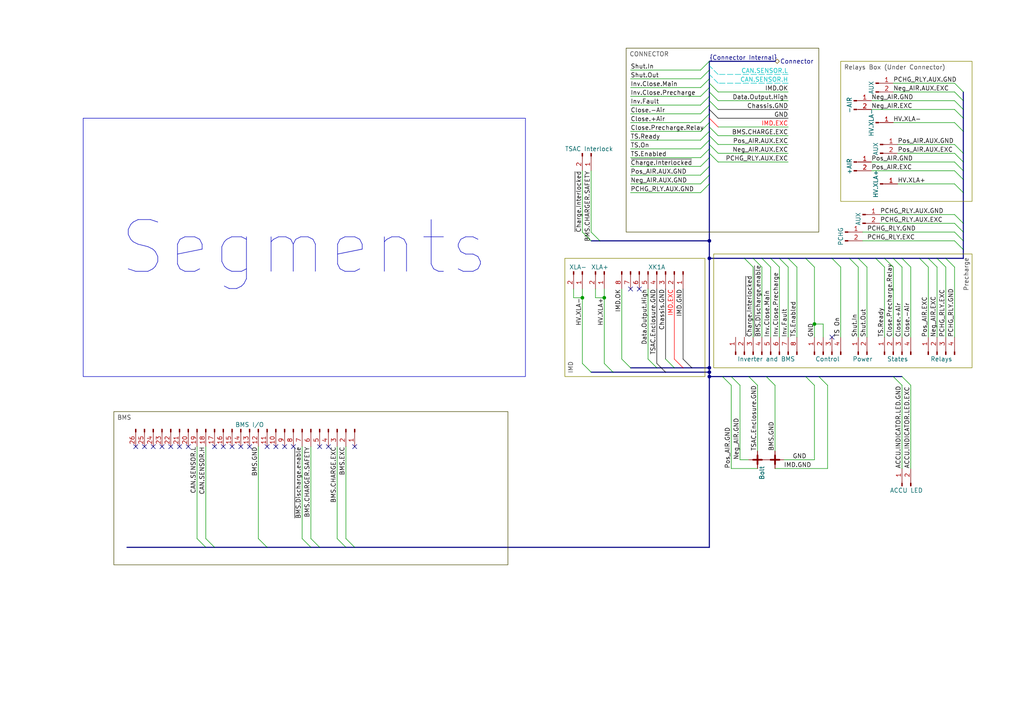
<source format=kicad_sch>
(kicad_sch (version 20230121) (generator eeschema)
  (paper "A4")
  (lib_symbols
    (symbol "Connector:Conn_01x01_Pin" (pin_names (offset 1.016) hide)
      (property "Reference" "J" (at 0 2.54 0))
      (property "Value" "Conn_01x01_Pin" (at 0 -2.54 0))
      (symbol "Conn_01x01_Pin_1_1"
        (polyline (pts (xy 1.27 0) (xy 0.8636 0)) (stroke (width 0.1524)))
        (rectangle (start 0.8636 0.127) (end 0 -0.127) (stroke (width 0.1524)) (fill (type outline)))
        (pin passive line (at 5.08 0 180) (length 3.81) (name "Pin_1") (number "1"))
      )
    )
    (symbol "Connector:Conn_01x02_Pin" (pin_names (offset 1.016) hide)
      (property "Reference" "J" (at 0 2.54 0))
      (property "Value" "Conn_01x02_Pin" (at 0 -5.08 0))
      (symbol "Conn_01x02_Pin_1_1"
        (polyline (pts (xy 1.27 -2.54) (xy 0.8636 -2.54)) (stroke (width 0.1524)))
        (polyline (pts (xy 1.27 0) (xy 0.8636 0)) (stroke (width 0.1524)))
        (rectangle (start 0.8636 -2.413) (end 0 -2.667) (stroke (width 0.1524)) (fill (type outline)))
        (rectangle (start 0.8636 0.127) (end 0 -0.127) (stroke (width 0.1524)) (fill (type outline)))
        (pin passive line (at 5.08 0 180) (length 3.81) (name "Pin_1") (number "1"))
        (pin passive line (at 5.08 -2.54 180) (length 3.81) (name "Pin_2") (number "2"))
      )
    )
    (symbol "Connector:Conn_01x04_Pin" (pin_names (offset 1.016) hide)
      (property "Reference" "J" (at 0 5.08 0))
      (property "Value" "Conn_01x04_Pin" (at 0 -7.62 0))
      (symbol "Conn_01x04_Pin_1_1"
        (polyline (pts (xy 1.27 -5.08) (xy 0.8636 -5.08)) (stroke (width 0.1524)))
        (polyline (pts (xy 1.27 -2.54) (xy 0.8636 -2.54)) (stroke (width 0.1524)))
        (polyline (pts (xy 1.27 0) (xy 0.8636 0)) (stroke (width 0.1524)))
        (polyline (pts (xy 1.27 2.54) (xy 0.8636 2.54)) (stroke (width 0.1524)))
        (rectangle (start 0.8636 -4.953) (end 0 -5.207) (stroke (width 0.1524)) (fill (type outline)))
        (rectangle (start 0.8636 -2.413) (end 0 -2.667) (stroke (width 0.1524)) (fill (type outline)))
        (rectangle (start 0.8636 0.127) (end 0 -0.127) (stroke (width 0.1524)) (fill (type outline)))
        (rectangle (start 0.8636 2.667) (end 0 2.413) (stroke (width 0.1524)) (fill (type outline)))
        (pin passive line (at 5.08 2.54 180) (length 3.81) (name "Pin_1") (number "1"))
        (pin passive line (at 5.08 0 180) (length 3.81) (name "Pin_2") (number "2"))
        (pin passive line (at 5.08 -2.54 180) (length 3.81) (name "Pin_3") (number "3"))
        (pin passive line (at 5.08 -5.08 180) (length 3.81) (name "Pin_4") (number "4"))
      )
    )
    (symbol "Connector:Conn_01x08_Pin" (pin_names (offset 1.016) hide)
      (property "Reference" "J" (at 0 10.16 0))
      (property "Value" "Conn_01x08_Pin" (at 0 -12.7 0))
      (symbol "Conn_01x08_Pin_1_1"
        (polyline (pts (xy 1.27 -10.16) (xy 0.8636 -10.16)) (stroke (width 0.1524)))
        (polyline (pts (xy 1.27 -7.62) (xy 0.8636 -7.62)) (stroke (width 0.1524)))
        (polyline (pts (xy 1.27 -5.08) (xy 0.8636 -5.08)) (stroke (width 0.1524)))
        (polyline (pts (xy 1.27 -2.54) (xy 0.8636 -2.54)) (stroke (width 0.1524)))
        (polyline (pts (xy 1.27 0) (xy 0.8636 0)) (stroke (width 0.1524)))
        (polyline (pts (xy 1.27 2.54) (xy 0.8636 2.54)) (stroke (width 0.1524)))
        (polyline (pts (xy 1.27 5.08) (xy 0.8636 5.08)) (stroke (width 0.1524)))
        (polyline (pts (xy 1.27 7.62) (xy 0.8636 7.62)) (stroke (width 0.1524)))
        (rectangle (start 0.8636 -10.033) (end 0 -10.287) (stroke (width 0.1524)) (fill (type outline)))
        (rectangle (start 0.8636 -7.493) (end 0 -7.747) (stroke (width 0.1524)) (fill (type outline)))
        (rectangle (start 0.8636 -4.953) (end 0 -5.207) (stroke (width 0.1524)) (fill (type outline)))
        (rectangle (start 0.8636 -2.413) (end 0 -2.667) (stroke (width 0.1524)) (fill (type outline)))
        (rectangle (start 0.8636 0.127) (end 0 -0.127) (stroke (width 0.1524)) (fill (type outline)))
        (rectangle (start 0.8636 2.667) (end 0 2.413) (stroke (width 0.1524)) (fill (type outline)))
        (rectangle (start 0.8636 5.207) (end 0 4.953) (stroke (width 0.1524)) (fill (type outline)))
        (rectangle (start 0.8636 7.747) (end 0 7.493) (stroke (width 0.1524)) (fill (type outline)))
        (pin passive line (at 5.08 7.62 180) (length 3.81) (name "Pin_1") (number "1"))
        (pin passive line (at 5.08 5.08 180) (length 3.81) (name "Pin_2") (number "2"))
        (pin passive line (at 5.08 2.54 180) (length 3.81) (name "Pin_3") (number "3"))
        (pin passive line (at 5.08 0 180) (length 3.81) (name "Pin_4") (number "4"))
        (pin passive line (at 5.08 -2.54 180) (length 3.81) (name "Pin_5") (number "5"))
        (pin passive line (at 5.08 -5.08 180) (length 3.81) (name "Pin_6") (number "6"))
        (pin passive line (at 5.08 -7.62 180) (length 3.81) (name "Pin_7") (number "7"))
        (pin passive line (at 5.08 -10.16 180) (length 3.81) (name "Pin_8") (number "8"))
      )
    )
    (symbol "Connector:Conn_01x26_Pin" (pin_names (offset 1.016) hide)
      (property "Reference" "J" (at 0 33.02 0))
      (property "Value" "Conn_01x26_Pin" (at 0 -35.56 0))
      (symbol "Conn_01x26_Pin_1_1"
        (polyline (pts (xy 1.27 -33.02) (xy 0.8636 -33.02)) (stroke (width 0.1524)))
        (polyline (pts (xy 1.27 -30.48) (xy 0.8636 -30.48)) (stroke (width 0.1524)))
        (polyline (pts (xy 1.27 -27.94) (xy 0.8636 -27.94)) (stroke (width 0.1524)))
        (polyline (pts (xy 1.27 -25.4) (xy 0.8636 -25.4)) (stroke (width 0.1524)))
        (polyline (pts (xy 1.27 -22.86) (xy 0.8636 -22.86)) (stroke (width 0.1524)))
        (polyline (pts (xy 1.27 -20.32) (xy 0.8636 -20.32)) (stroke (width 0.1524)))
        (polyline (pts (xy 1.27 -17.78) (xy 0.8636 -17.78)) (stroke (width 0.1524)))
        (polyline (pts (xy 1.27 -15.24) (xy 0.8636 -15.24)) (stroke (width 0.1524)))
        (polyline (pts (xy 1.27 -12.7) (xy 0.8636 -12.7)) (stroke (width 0.1524)))
        (polyline (pts (xy 1.27 -10.16) (xy 0.8636 -10.16)) (stroke (width 0.1524)))
        (polyline (pts (xy 1.27 -7.62) (xy 0.8636 -7.62)) (stroke (width 0.1524)))
        (polyline (pts (xy 1.27 -5.08) (xy 0.8636 -5.08)) (stroke (width 0.1524)))
        (polyline (pts (xy 1.27 -2.54) (xy 0.8636 -2.54)) (stroke (width 0.1524)))
        (polyline (pts (xy 1.27 0) (xy 0.8636 0)) (stroke (width 0.1524)))
        (polyline (pts (xy 1.27 2.54) (xy 0.8636 2.54)) (stroke (width 0.1524)))
        (polyline (pts (xy 1.27 5.08) (xy 0.8636 5.08)) (stroke (width 0.1524)))
        (polyline (pts (xy 1.27 7.62) (xy 0.8636 7.62)) (stroke (width 0.1524)))
        (polyline (pts (xy 1.27 10.16) (xy 0.8636 10.16)) (stroke (width 0.1524)))
        (polyline (pts (xy 1.27 12.7) (xy 0.8636 12.7)) (stroke (width 0.1524)))
        (polyline (pts (xy 1.27 15.24) (xy 0.8636 15.24)) (stroke (width 0.1524)))
        (polyline (pts (xy 1.27 17.78) (xy 0.8636 17.78)) (stroke (width 0.1524)))
        (polyline (pts (xy 1.27 20.32) (xy 0.8636 20.32)) (stroke (width 0.1524)))
        (polyline (pts (xy 1.27 22.86) (xy 0.8636 22.86)) (stroke (width 0.1524)))
        (polyline (pts (xy 1.27 25.4) (xy 0.8636 25.4)) (stroke (width 0.1524)))
        (polyline (pts (xy 1.27 27.94) (xy 0.8636 27.94)) (stroke (width 0.1524)))
        (polyline (pts (xy 1.27 30.48) (xy 0.8636 30.48)) (stroke (width 0.1524)))
        (rectangle (start 0.8636 -32.893) (end 0 -33.147) (stroke (width 0.1524)) (fill (type outline)))
        (rectangle (start 0.8636 -30.353) (end 0 -30.607) (stroke (width 0.1524)) (fill (type outline)))
        (rectangle (start 0.8636 -27.813) (end 0 -28.067) (stroke (width 0.1524)) (fill (type outline)))
        (rectangle (start 0.8636 -25.273) (end 0 -25.527) (stroke (width 0.1524)) (fill (type outline)))
        (rectangle (start 0.8636 -22.733) (end 0 -22.987) (stroke (width 0.1524)) (fill (type outline)))
        (rectangle (start 0.8636 -20.193) (end 0 -20.447) (stroke (width 0.1524)) (fill (type outline)))
        (rectangle (start 0.8636 -17.653) (end 0 -17.907) (stroke (width 0.1524)) (fill (type outline)))
        (rectangle (start 0.8636 -15.113) (end 0 -15.367) (stroke (width 0.1524)) (fill (type outline)))
        (rectangle (start 0.8636 -12.573) (end 0 -12.827) (stroke (width 0.1524)) (fill (type outline)))
        (rectangle (start 0.8636 -10.033) (end 0 -10.287) (stroke (width 0.1524)) (fill (type outline)))
        (rectangle (start 0.8636 -7.493) (end 0 -7.747) (stroke (width 0.1524)) (fill (type outline)))
        (rectangle (start 0.8636 -4.953) (end 0 -5.207) (stroke (width 0.1524)) (fill (type outline)))
        (rectangle (start 0.8636 -2.413) (end 0 -2.667) (stroke (width 0.1524)) (fill (type outline)))
        (rectangle (start 0.8636 0.127) (end 0 -0.127) (stroke (width 0.1524)) (fill (type outline)))
        (rectangle (start 0.8636 2.667) (end 0 2.413) (stroke (width 0.1524)) (fill (type outline)))
        (rectangle (start 0.8636 5.207) (end 0 4.953) (stroke (width 0.1524)) (fill (type outline)))
        (rectangle (start 0.8636 7.747) (end 0 7.493) (stroke (width 0.1524)) (fill (type outline)))
        (rectangle (start 0.8636 10.287) (end 0 10.033) (stroke (width 0.1524)) (fill (type outline)))
        (rectangle (start 0.8636 12.827) (end 0 12.573) (stroke (width 0.1524)) (fill (type outline)))
        (rectangle (start 0.8636 15.367) (end 0 15.113) (stroke (width 0.1524)) (fill (type outline)))
        (rectangle (start 0.8636 17.907) (end 0 17.653) (stroke (width 0.1524)) (fill (type outline)))
        (rectangle (start 0.8636 20.447) (end 0 20.193) (stroke (width 0.1524)) (fill (type outline)))
        (rectangle (start 0.8636 22.987) (end 0 22.733) (stroke (width 0.1524)) (fill (type outline)))
        (rectangle (start 0.8636 25.527) (end 0 25.273) (stroke (width 0.1524)) (fill (type outline)))
        (rectangle (start 0.8636 28.067) (end 0 27.813) (stroke (width 0.1524)) (fill (type outline)))
        (rectangle (start 0.8636 30.607) (end 0 30.353) (stroke (width 0.1524)) (fill (type outline)))
        (pin passive line (at 5.08 30.48 180) (length 3.81) (name "Pin_1") (number "1"))
        (pin passive line (at 5.08 7.62 180) (length 3.81) (name "Pin_10") (number "10"))
        (pin passive line (at 5.08 5.08 180) (length 3.81) (name "Pin_11") (number "11"))
        (pin passive line (at 5.08 2.54 180) (length 3.81) (name "Pin_12") (number "12"))
        (pin passive line (at 5.08 0 180) (length 3.81) (name "Pin_13") (number "13"))
        (pin passive line (at 5.08 -2.54 180) (length 3.81) (name "Pin_14") (number "14"))
        (pin passive line (at 5.08 -5.08 180) (length 3.81) (name "Pin_15") (number "15"))
        (pin passive line (at 5.08 -7.62 180) (length 3.81) (name "Pin_16") (number "16"))
        (pin passive line (at 5.08 -10.16 180) (length 3.81) (name "Pin_17") (number "17"))
        (pin passive line (at 5.08 -12.7 180) (length 3.81) (name "Pin_18") (number "18"))
        (pin passive line (at 5.08 -15.24 180) (length 3.81) (name "Pin_19") (number "19"))
        (pin passive line (at 5.08 27.94 180) (length 3.81) (name "Pin_2") (number "2"))
        (pin passive line (at 5.08 -17.78 180) (length 3.81) (name "Pin_20") (number "20"))
        (pin passive line (at 5.08 -20.32 180) (length 3.81) (name "Pin_21") (number "21"))
        (pin passive line (at 5.08 -22.86 180) (length 3.81) (name "Pin_22") (number "22"))
        (pin passive line (at 5.08 -25.4 180) (length 3.81) (name "Pin_23") (number "23"))
        (pin passive line (at 5.08 -27.94 180) (length 3.81) (name "Pin_24") (number "24"))
        (pin passive line (at 5.08 -30.48 180) (length 3.81) (name "Pin_25") (number "25"))
        (pin passive line (at 5.08 -33.02 180) (length 3.81) (name "Pin_26") (number "26"))
        (pin passive line (at 5.08 25.4 180) (length 3.81) (name "Pin_3") (number "3"))
        (pin passive line (at 5.08 22.86 180) (length 3.81) (name "Pin_4") (number "4"))
        (pin passive line (at 5.08 20.32 180) (length 3.81) (name "Pin_5") (number "5"))
        (pin passive line (at 5.08 17.78 180) (length 3.81) (name "Pin_6") (number "6"))
        (pin passive line (at 5.08 15.24 180) (length 3.81) (name "Pin_7") (number "7"))
        (pin passive line (at 5.08 12.7 180) (length 3.81) (name "Pin_8") (number "8"))
        (pin passive line (at 5.08 10.16 180) (length 3.81) (name "Pin_9") (number "9"))
      )
    )
    (symbol "Device:NetTie_4_Cross" (pin_numbers hide) (pin_names (offset 0) hide) (in_bom no)
      (property "Reference" "NT" (at 0.635 1.27 0))
      (property "Value" "NetTie_4_Cross" (at 0.635 -1.27 0))
      (symbol "NetTie_4_Cross_0_1"
        (polyline (pts (xy -1.27 0) (xy 1.27 0)) (stroke (width 0.508)))
        (polyline (pts (xy 0 -1.27) (xy 0 1.27)) (stroke (width 0.508)))
      )
      (symbol "NetTie_4_Cross_1_1"
        (pin passive line (at -2.54 0 0) (length 2.54) (name "1") (number "1"))
        (pin passive line (at 2.54 0 180) (length 2.54) (name "2") (number "2"))
        (pin passive line (at 0 2.54 270) (length 2.54) (name "3") (number "3"))
        (pin passive line (at 0 -2.54 90) (length 2.54) (name "4") (number "4"))
      )
    )
  )
  (bus_alias "Connector" (members "CAN.SENSOR.L" "CAN.SENSOR.H" "IMD.OK" "Data.Output.High" "Chassis.GND" "GND" "IMD.EXC" "TS.Enabled" "TS.ON" "TS.Ready" "Close.Precharge.Relay" "Close.-Air" "Close.+Air" "Inv.Fault" "Inv.Close.Precharge" "Inv.Close.Main" "Shut.In" "Shut.Out" "IMD.GND" "BMS.GND" "BMS.EXC" "BMS.CHARGE.EXC" "BMS.CHARGER.SAFETY" "Pos_AIR.AUX.EXC" "Neg_AIR.AUX.EXC" "PCHG_RLY.AUX.EXC" "Pos_AIR.AUX.GND" "Neg_AIR.AUX.GND" "PCHG_RLY.AUX.GND"))
  (bus_alias "Internal" (members "Neg_AIR.EXC" "PCHG_RLY.EXC" "PCHG_RLY.GND" "TSAC.Enclosure.GND" "HV.XLA+" "HV.XLA-" "Neg_AIR.GND" "Pos_AIR.GND" "~{BMS.Discharge.enable}" "~{Charge.Interlocked}" "Pos_AIR.EXC" "~{BMS.Charge.enable}" "ACCU.INDICATOR.LED.EXC" "ACCU.INDICATOR.LED.GND"))
  (junction (at 205.74 74.93))
  (junction (at 205.74 106.68))
  (junction (at 236.22 93.98))
  (junction (at 205.74 107.95))
  (junction (at 205.74 69.85))
  (junction (at 168.91 86.36))
  (junction (at 205.74 109.22))
  (junction (at 175.26 86.36))
  (no_connect (at 72.39 129.54))
  (no_connect (at 52.07 129.54))
  (no_connect (at 69.85 129.54))
  (no_connect (at 77.47 129.54))
  (no_connect (at 64.77 129.54))
  (no_connect (at 39.37 129.54))
  (no_connect (at 82.55 129.54))
  (no_connect (at 67.31 129.54))
  (no_connect (at 80.01 129.54))
  (no_connect (at 85.09 129.54))
  (no_connect (at 185.42 83.82))
  (no_connect (at 62.23 129.54))
  (no_connect (at 95.25 129.54))
  (no_connect (at 182.88 83.82))
  (no_connect (at 44.45 129.54))
  (no_connect (at 241.3 97.79))
  (no_connect (at 54.61 129.54))
  (no_connect (at 46.99 129.54))
  (no_connect (at 102.87 129.54))
  (no_connect (at 49.53 129.54))
  (no_connect (at 41.91 129.54))
  (no_connect (at 92.71 129.54))
  (bus_entry (at 168.91 105.41) (size 2.54 2.54))
  (bus_entry (at 279.4 46.99) (size -2.54 -2.54))
  (bus_entry (at 173.99 69.85) (size -2.54 -2.54))
  (bus_entry (at 228.6 77.47) (size -2.54 -2.54))
  (bus_entry (at 208.28 29.21) (size -2.54 -2.54))
  (bus_entry (at 279.4 34.29) (size -2.54 -2.54))
  (bus_entry (at 279.4 29.21) (size -2.54 -2.54))
  (bus_entry (at 248.92 77.47) (size -2.54 -2.54))
  (bus_entry (at 205.74 50.8) (size -2.54 2.54))
  (bus_entry (at 261.62 109.22) (size 2.54 2.54))
  (bus_entry (at 59.69 158.75) (size -2.54 -2.54))
  (bus_entry (at 269.24 74.93) (size 2.54 2.54))
  (bus_entry (at 279.4 55.88) (size -2.54 -2.54))
  (bus_entry (at 203.2 38.1) (size 2.54 -2.54))
  (bus_entry (at 203.2 30.48) (size 2.54 -2.54))
  (bus_entry (at 203.2 48.26) (size 2.54 -2.54))
  (bus_entry (at 279.4 38.1) (size -2.54 -2.54))
  (bus_entry (at 102.87 158.75) (size -2.54 -2.54))
  (bus_entry (at 279.4 69.85) (size -2.54 -2.54))
  (bus_entry (at 208.28 31.75) (size -2.54 -2.54))
  (bus_entry (at 279.4 72.39) (size -2.54 -2.54))
  (bus_entry (at 279.4 67.31) (size -2.54 -2.54))
  (bus_entry (at 220.98 77.47) (size -2.54 -2.54))
  (bus_entry (at 100.33 158.75) (size -2.54 -2.54))
  (bus_entry (at 274.32 74.93) (size 2.54 2.54))
  (bus_entry (at 259.08 77.47) (size -2.54 -2.54))
  (bus_entry (at 223.52 77.47) (size -2.54 -2.54))
  (bus_entry (at 90.17 158.75) (size -2.54 -2.54))
  (bus_entry (at 187.96 104.14) (size 2.54 2.54))
  (bus_entry (at 233.68 109.22) (size 2.54 2.54))
  (bus_entry (at 218.44 77.47) (size -2.54 -2.54))
  (bus_entry (at 171.45 69.85) (size -2.54 -2.54))
  (bus_entry (at 203.2 43.18) (size 2.54 -2.54))
  (bus_entry (at 62.23 158.75) (size -2.54 -2.54))
  (bus_entry (at 279.4 52.07) (size -2.54 -2.54))
  (bus_entry (at 208.28 26.67) (size -2.54 -2.54))
  (bus_entry (at 217.17 109.22) (size 2.54 2.54))
  (bus_entry (at 266.7 74.93) (size 2.54 2.54))
  (bus_entry (at 205.74 44.45) (size 2.54 2.54))
  (bus_entry (at 259.08 109.22) (size 2.54 2.54))
  (bus_entry (at 233.68 74.93) (size 2.54 2.54))
  (bus_entry (at 237.49 109.22) (size 2.54 2.54))
  (bus_entry (at 243.84 77.47) (size -2.54 -2.54))
  (bus_entry (at 222.25 109.22) (size 2.54 2.54))
  (bus_entry (at 198.12 104.14) (size 2.54 2.54) (stroke (width 0) (color 0 0 0 1)))
  (bus_entry (at 203.2 20.32) (size 2.54 -2.54))
  (bus_entry (at 208.28 21.59) (size -2.54 -2.54) (stroke (width 0) (type dash) (color 0 194 194 1)))
  (bus_entry (at 92.71 158.75) (size -2.54 -2.54))
  (bus_entry (at 264.16 77.47) (size -2.54 -2.54))
  (bus_entry (at 231.14 77.47) (size -2.54 -2.54))
  (bus_entry (at 205.74 36.83) (size 2.54 2.54))
  (bus_entry (at 205.74 53.34) (size -2.54 2.54))
  (bus_entry (at 203.2 40.64) (size 2.54 -2.54))
  (bus_entry (at 279.4 44.45) (size -2.54 -2.54))
  (bus_entry (at 203.2 27.94) (size 2.54 -2.54))
  (bus_entry (at 205.74 41.91) (size 2.54 2.54))
  (bus_entry (at 175.26 105.41) (size 2.54 2.54))
  (bus_entry (at 256.54 77.47) (size -2.54 -2.54))
  (bus_entry (at 271.78 74.93) (size 2.54 2.54))
  (bus_entry (at 203.2 25.4) (size 2.54 -2.54))
  (bus_entry (at 279.4 31.75) (size -2.54 -2.54))
  (bus_entry (at 203.2 35.56) (size 2.54 -2.54))
  (bus_entry (at 208.28 34.29) (size -2.54 -2.54) (stroke (width 0) (color 0 0 0 1)))
  (bus_entry (at 279.4 26.67) (size -2.54 -2.54))
  (bus_entry (at 208.28 36.83) (size -2.54 -2.54) (stroke (width 0) (color 255 0 0 1)))
  (bus_entry (at 208.28 24.13) (size -2.54 -2.54) (stroke (width 0) (type dash) (color 0 194 194 1)))
  (bus_entry (at 261.62 77.47) (size -2.54 -2.54))
  (bus_entry (at 203.2 22.86) (size 2.54 -2.54))
  (bus_entry (at 209.55 109.22) (size 2.54 2.54))
  (bus_entry (at 205.74 48.26) (size -2.54 2.54))
  (bus_entry (at 279.4 64.77) (size -2.54 -2.54))
  (bus_entry (at 205.74 39.37) (size 2.54 2.54))
  (bus_entry (at 203.2 33.02) (size 2.54 -2.54))
  (bus_entry (at 226.06 77.47) (size -2.54 -2.54))
  (bus_entry (at 180.34 104.14) (size 2.54 2.54))
  (bus_entry (at 212.09 109.22) (size 2.54 2.54))
  (bus_entry (at 203.2 45.72) (size 2.54 -2.54))
  (bus_entry (at 251.46 77.47) (size -2.54 -2.54))
  (bus_entry (at 190.5 105.41) (size 2.54 2.54) (stroke (width 0) (color 0 0 0 1)))
  (bus_entry (at 193.04 104.14) (size 2.54 2.54))
  (bus_entry (at 195.58 104.14) (size 2.54 2.54) (stroke (width 0) (color 255 0 0 1)))
  (bus_entry (at 77.47 158.75) (size -2.54 -2.54))
  (bus_entry (at 279.4 49.53) (size -2.54 -2.54))
  (wire (pts (xy 182.88 45.72) (xy 203.2 45.72)))
  (wire (pts (xy 236.22 97.79) (xy 236.22 93.98)))
  (wire (pts (xy 208.28 41.91) (xy 228.6 41.91)))
  (wire (pts (xy 252.73 31.75) (xy 276.86 31.75)))
  (wire (pts (xy 228.6 34.29) (xy 208.28 34.29)) (stroke (width 0) (color 0 0 0 1)))
  (wire (pts (xy 219.71 135.89) (xy 212.09 135.89)))
  (bus (pts (xy 62.23 158.75) (xy 77.47 158.75)))
  (wire (pts (xy 255.27 62.23) (xy 276.86 62.23)))
  (bus (pts (xy 279.4 44.45) (xy 279.4 46.99)))
  (wire (pts (xy 168.91 86.36) (xy 166.37 86.36)))
  (wire (pts (xy 252.73 46.99) (xy 276.86 46.99)))
  (wire (pts (xy 182.88 22.86) (xy 203.2 22.86)))
  (bus (pts (xy 279.4 64.77) (xy 279.4 55.88)))
  (bus (pts (xy 198.12 106.68) (xy 195.58 106.68)))
  (wire (pts (xy 208.28 44.45) (xy 228.6 44.45)))
  (bus (pts (xy 205.74 106.68) (xy 205.74 107.95)))
  (bus (pts (xy 177.8 107.95) (xy 171.45 107.95)))
  (wire (pts (xy 259.08 35.56) (xy 276.86 35.56)))
  (bus (pts (xy 205.74 35.56) (xy 205.74 34.29)))
  (bus (pts (xy 205.74 45.72) (xy 205.74 48.26)))
  (wire (pts (xy 168.91 83.82) (xy 168.91 86.36)))
  (wire (pts (xy 228.6 21.59) (xy 208.28 21.59)) (stroke (width 0) (type dash) (color 0 194 194 1)))
  (wire (pts (xy 259.08 24.13) (xy 276.86 24.13)))
  (bus (pts (xy 205.74 29.21) (xy 205.74 30.48)))
  (wire (pts (xy 190.5 83.82) (xy 190.5 105.41)) (stroke (width 0) (color 0 0 0 1)))
  (bus (pts (xy 279.4 67.31) (xy 279.4 64.77)))
  (bus (pts (xy 279.4 26.67) (xy 279.4 29.21)))
  (bus (pts (xy 226.06 74.93) (xy 228.6 74.93)))
  (bus (pts (xy 246.38 74.93) (xy 248.92 74.93)))
  (wire (pts (xy 236.22 93.98) (xy 236.22 77.47)))
  (wire (pts (xy 175.26 83.82) (xy 175.26 86.36)))
  (bus (pts (xy 217.17 109.22) (xy 222.25 109.22)))
  (wire (pts (xy 264.16 97.79) (xy 264.16 77.47)))
  (wire (pts (xy 243.84 97.79) (xy 243.84 77.47)))
  (bus (pts (xy 90.17 158.75) (xy 92.71 158.75)))
  (wire (pts (xy 182.88 27.94) (xy 203.2 27.94)))
  (bus (pts (xy 205.74 69.85) (xy 205.74 74.93)))
  (wire (pts (xy 218.44 97.79) (xy 218.44 77.47)))
  (wire (pts (xy 100.33 129.54) (xy 100.33 156.21)))
  (bus (pts (xy 205.74 25.4) (xy 205.74 26.67)))
  (bus (pts (xy 274.32 74.93) (xy 279.4 74.93)))
  (bus (pts (xy 100.33 158.75) (xy 102.87 158.75)))
  (wire (pts (xy 250.19 69.85) (xy 276.86 69.85)))
  (wire (pts (xy 238.76 97.79) (xy 238.76 93.98)))
  (bus (pts (xy 205.74 17.78) (xy 224.79 17.78)))
  (wire (pts (xy 261.62 111.76) (xy 261.62 135.89)))
  (bus (pts (xy 190.5 106.68) (xy 182.88 106.68)))
  (bus (pts (xy 205.74 74.93) (xy 215.9 74.93)))
  (wire (pts (xy 224.79 111.76) (xy 224.79 130.81)))
  (bus (pts (xy 200.66 106.68) (xy 198.12 106.68)))
  (bus (pts (xy 193.04 107.95) (xy 177.8 107.95)))
  (wire (pts (xy 228.6 24.13) (xy 208.28 24.13)) (stroke (width 0) (type dash) (color 0 194 194 1)))
  (wire (pts (xy 182.88 43.18) (xy 203.2 43.18)))
  (wire (pts (xy 182.88 40.64) (xy 203.2 40.64)))
  (wire (pts (xy 260.35 44.45) (xy 276.86 44.45)))
  (wire (pts (xy 182.88 53.34) (xy 203.2 53.34)))
  (bus (pts (xy 279.4 72.39) (xy 279.4 69.85)))
  (bus (pts (xy 220.98 74.93) (xy 223.52 74.93)))
  (wire (pts (xy 248.92 97.79) (xy 248.92 77.47)))
  (bus (pts (xy 279.4 34.29) (xy 279.4 31.75)))
  (bus (pts (xy 266.7 74.93) (xy 261.62 74.93)))
  (wire (pts (xy 276.86 97.79) (xy 276.86 77.47)))
  (bus (pts (xy 205.74 19.05) (xy 205.74 20.32)))
  (wire (pts (xy 252.73 49.53) (xy 276.86 49.53)))
  (bus (pts (xy 92.71 158.75) (xy 100.33 158.75)))
  (bus (pts (xy 259.08 109.22) (xy 261.62 109.22)))
  (wire (pts (xy 208.28 39.37) (xy 228.6 39.37)))
  (wire (pts (xy 228.6 26.67) (xy 208.28 26.67)))
  (wire (pts (xy 198.12 83.82) (xy 198.12 104.14)) (stroke (width 0) (color 0 0 0 1)))
  (wire (pts (xy 182.88 50.8) (xy 203.2 50.8)))
  (bus (pts (xy 279.4 69.85) (xy 279.4 67.31)))
  (bus (pts (xy 279.4 38.1) (xy 279.4 34.29)))
  (bus (pts (xy 218.44 74.93) (xy 220.98 74.93)))
  (wire (pts (xy 274.32 77.47) (xy 274.32 97.79)))
  (bus (pts (xy 205.74 36.83) (xy 205.74 35.56)))
  (bus (pts (xy 205.74 27.94) (xy 205.74 26.67)))
  (bus (pts (xy 279.4 52.07) (xy 279.4 49.53)))
  (wire (pts (xy 271.78 97.79) (xy 271.78 77.47)))
  (bus (pts (xy 269.24 74.93) (xy 271.78 74.93)))
  (wire (pts (xy 193.04 83.82) (xy 193.04 104.14)) (stroke (width 0) (color 0 0 0 1)))
  (wire (pts (xy 236.22 111.76) (xy 236.22 133.35)))
  (bus (pts (xy 248.92 74.93) (xy 254 74.93)))
  (bus (pts (xy 215.9 74.93) (xy 218.44 74.93)))
  (bus (pts (xy 205.74 109.22) (xy 205.74 107.95)))
  (bus (pts (xy 233.68 109.22) (xy 237.49 109.22)))
  (bus (pts (xy 222.25 109.22) (xy 233.68 109.22)))
  (bus (pts (xy 279.4 29.21) (xy 279.4 31.75)))
  (wire (pts (xy 175.26 86.36) (xy 172.72 86.36)))
  (wire (pts (xy 187.96 83.82) (xy 187.96 104.14)))
  (wire (pts (xy 59.69 129.54) (xy 59.69 156.21)))
  (bus (pts (xy 205.74 17.78) (xy 205.74 19.05)))
  (bus (pts (xy 209.55 109.22) (xy 212.09 109.22)))
  (bus (pts (xy 205.74 39.37) (xy 205.74 40.64)))
  (wire (pts (xy 250.19 67.31) (xy 276.86 67.31)))
  (wire (pts (xy 182.88 38.1) (xy 203.2 38.1)))
  (wire (pts (xy 252.73 29.21) (xy 276.86 29.21)))
  (wire (pts (xy 251.46 97.79) (xy 251.46 77.47)))
  (bus (pts (xy 205.74 74.93) (xy 205.74 106.68)))
  (bus (pts (xy 205.74 109.22) (xy 209.55 109.22)))
  (bus (pts (xy 59.69 158.75) (xy 62.23 158.75)))
  (wire (pts (xy 260.35 41.91) (xy 276.86 41.91)))
  (wire (pts (xy 171.45 49.53) (xy 171.45 67.31)))
  (bus (pts (xy 205.74 109.22) (xy 205.74 158.75)))
  (wire (pts (xy 236.22 133.35) (xy 227.33 133.35)))
  (bus (pts (xy 205.74 20.32) (xy 205.74 21.59)))
  (wire (pts (xy 182.88 25.4) (xy 203.2 25.4)))
  (bus (pts (xy 279.4 74.93) (xy 279.4 72.39)))
  (wire (pts (xy 182.88 20.32) (xy 203.2 20.32)))
  (wire (pts (xy 264.16 111.76) (xy 264.16 135.89)))
  (wire (pts (xy 259.08 26.67) (xy 276.86 26.67)))
  (wire (pts (xy 238.76 93.98) (xy 236.22 93.98)))
  (wire (pts (xy 172.72 86.36) (xy 172.72 83.82)))
  (wire (pts (xy 212.09 111.76) (xy 212.09 135.89)))
  (bus (pts (xy 279.4 38.1) (xy 279.4 44.45)))
  (wire (pts (xy 228.6 29.21) (xy 208.28 29.21)))
  (wire (pts (xy 260.35 53.34) (xy 276.86 53.34)))
  (wire (pts (xy 256.54 97.79) (xy 256.54 77.47)))
  (bus (pts (xy 241.3 74.93) (xy 246.38 74.93)))
  (bus (pts (xy 205.74 38.1) (xy 205.74 39.37)))
  (bus (pts (xy 205.74 36.83) (xy 205.74 38.1)))
  (bus (pts (xy 279.4 55.88) (xy 279.4 52.07)))
  (bus (pts (xy 205.74 53.34) (xy 205.74 69.85)))
  (wire (pts (xy 259.08 97.79) (xy 259.08 77.47)))
  (bus (pts (xy 223.52 74.93) (xy 226.06 74.93)))
  (wire (pts (xy 214.63 111.76) (xy 214.63 133.35)))
  (wire (pts (xy 195.58 83.82) (xy 195.58 104.14)) (stroke (width 0) (color 255 0 0 1)))
  (bus (pts (xy 205.74 44.45) (xy 205.74 45.72)))
  (wire (pts (xy 166.37 86.36) (xy 166.37 83.82)))
  (bus (pts (xy 266.7 74.93) (xy 269.24 74.93)))
  (bus (pts (xy 237.49 109.22) (xy 259.08 109.22)))
  (wire (pts (xy 231.14 77.47) (xy 231.14 97.79)))
  (wire (pts (xy 228.6 36.83) (xy 208.28 36.83)))
  (wire (pts (xy 168.91 86.36) (xy 168.91 105.41)))
  (bus (pts (xy 205.74 43.18) (xy 205.74 44.45)))
  (wire (pts (xy 219.71 111.76) (xy 219.71 130.81)))
  (wire (pts (xy 168.91 49.53) (xy 168.91 67.31)))
  (bus (pts (xy 205.74 48.26) (xy 205.74 50.8)))
  (wire (pts (xy 182.88 55.88) (xy 203.2 55.88)))
  (bus (pts (xy 256.54 74.93) (xy 259.08 74.93)))
  (bus (pts (xy 195.58 106.68) (xy 190.5 106.68)))
  (bus (pts (xy 205.74 50.8) (xy 205.74 53.34)))
  (bus (pts (xy 205.74 31.75) (xy 205.74 33.02)))
  (bus (pts (xy 205.74 29.21) (xy 205.74 27.94)))
  (wire (pts (xy 240.03 111.76) (xy 240.03 135.89)))
  (wire (pts (xy 87.63 129.54) (xy 87.63 156.21)))
  (bus (pts (xy 205.74 30.48) (xy 205.74 31.75)))
  (bus (pts (xy 205.74 33.02) (xy 205.74 34.29)))
  (bus (pts (xy 279.4 49.53) (xy 279.4 46.99)))
  (wire (pts (xy 228.6 31.75) (xy 208.28 31.75)) (stroke (width 0) (color 0 0 0 1)))
  (wire (pts (xy 182.88 33.02) (xy 203.2 33.02)))
  (wire (pts (xy 223.52 77.47) (xy 223.52 97.79)))
  (wire (pts (xy 261.62 97.79) (xy 261.62 77.47)))
  (bus (pts (xy 228.6 74.93) (xy 233.68 74.93)))
  (wire (pts (xy 182.88 48.26) (xy 203.2 48.26)))
  (bus (pts (xy 205.74 21.59) (xy 205.74 22.86)))
  (bus (pts (xy 205.74 40.64) (xy 205.74 41.91)))
  (wire (pts (xy 182.88 30.48) (xy 203.2 30.48)))
  (bus (pts (xy 233.68 74.93) (xy 241.3 74.93)))
  (bus (pts (xy 259.08 74.93) (xy 261.62 74.93)))
  (bus (pts (xy 171.45 69.85) (xy 173.99 69.85)))
  (bus (pts (xy 77.47 158.75) (xy 90.17 158.75)))
  (bus (pts (xy 212.09 109.22) (xy 217.17 109.22)))
  (bus (pts (xy 205.74 22.86) (xy 205.74 24.13)))
  (wire (pts (xy 208.28 46.99) (xy 228.6 46.99)))
  (wire (pts (xy 90.17 129.54) (xy 90.17 156.21)))
  (bus (pts (xy 254 74.93) (xy 256.54 74.93)))
  (wire (pts (xy 269.24 97.79) (xy 269.24 77.47)))
  (wire (pts (xy 182.88 35.56) (xy 203.2 35.56)))
  (bus (pts (xy 36.83 158.75) (xy 59.69 158.75)))
  (bus (pts (xy 102.87 158.75) (xy 205.74 158.75)))
  (wire (pts (xy 224.79 135.89) (xy 240.03 135.89)))
  (wire (pts (xy 217.17 133.35) (xy 214.63 133.35)))
  (wire (pts (xy 255.27 64.77) (xy 276.86 64.77)))
  (wire (pts (xy 226.06 97.79) (xy 226.06 77.47)))
  (bus (pts (xy 173.99 69.85) (xy 205.74 69.85)))
  (bus (pts (xy 200.66 106.68) (xy 205.74 106.68)))
  (wire (pts (xy 57.15 129.54) (xy 57.15 156.21)))
  (wire (pts (xy 74.93 129.54) (xy 74.93 156.21)))
  (bus (pts (xy 271.78 74.93) (xy 274.32 74.93)))
  (bus (pts (xy 205.74 107.95) (xy 193.04 107.95)))
  (wire (pts (xy 180.34 83.82) (xy 180.34 104.14)))
  (wire (pts (xy 97.79 129.54) (xy 97.79 156.21)))
  (bus (pts (xy 205.74 41.91) (xy 205.74 43.18)))
  (wire (pts (xy 220.98 97.79) (xy 220.98 77.47)))
  (wire (pts (xy 228.6 97.79) (xy 228.6 77.47)))
  (bus (pts (xy 205.74 24.13) (xy 205.74 25.4)))
  (wire (pts (xy 175.26 86.36) (xy 175.26 105.41)))
  (text_box "IMD\n" (at 163.83 74.93 90) (size 40.64 34.29) (stroke (width 0) (color 132 132 0 1)) (effects (font (size 1.27 1.27)) (justify left top)))
  (text_box "CONNECTOR" (at 181.61 13.97 0) (size 55.88 53.34) (stroke (width 0) (color 72 72 0 1)) (effects (font (size 1.27 1.27)) (justify left top)))
  (text_box "Segments" (at 24.13 34.29 0) (size 128.27 74.93) (effects (font (size 15 15))))
  (text_box "Precharge\n" (at 207.01 73.66 90) (size 74.93 33.02) (stroke (width 0) (color 132 132 0 1)) (effects (font (size 1.27 1.27)) (justify right bottom)))
  (text_box "Relays Box (Under Connector)" (at 243.84 17.78 0) (size 38.1 40.64) (stroke (width 0) (color 132 132 0 1)) (effects (font (size 1.27 1.27)) (justify left top)))
  (text_box "BMS" (at 33.02 119.38 0) (size 114.3 44.45) (stroke (width 0) (color 72 72 0 1)) (effects (font (size 1.27 1.27)) (justify left top)))
  (label "~{BMS.Discharge.enable}" (at 220.98 97.79 90))
  (label "Data.Output.High" (at 187.96 83.82 270))
  (label "Inv.Fault" (at 228.6 97.79 90))
  (label "Close.+Air" (at 182.88 35.56 0))
  (label "IMD.OK" (at 228.6 26.67 180) (property "Netclass" "Default" (effects hide)))
  (label "Close.Precharge.Relay" (at 259.08 97.79 90))
  (label "PCHG_RLY.AUX.GND" (at 259.08 24.13 0))
  (label "Neg_AIR.EXC" (at 252.73 31.75 0))
  (label "TS.Ready" (at 256.54 97.79 90))
  (label "BMS.CHARGER.SAFETY" (at 171.45 49.53 270))
  (label "TS.Enabled" (at 231.14 97.79 90))
  (label "~{Charge.Interlocked}" (at 168.91 49.53 270))
  (label "ACCU.INDICATOR.LED.GND" (at 261.62 135.89 90))
  (label "Shut.Out" (at 251.46 97.79 90))
  (label "IMD.GND" (at 198.12 83.82 270))
  (label "Close.-Air" (at 182.88 33.02 0))
  (label "PCHG_RLY.EXC" (at 274.32 97.79 90))
  (label "Pos_AIR.EXC" (at 252.73 49.53 0))
  (label "Shut.Out" (at 182.88 22.86 0) (property "Netclass" "Shutdown" (effects hide)))
  (label "Neg_AIR.AUX.EXC" (at 259.08 26.67 0))
  (label "PCHG_RLY.GND" (at 276.86 97.79 90))
  (label "Inv.Fault" (at 182.88 30.48 0))
  (label "Shut.In" (at 248.92 97.79 90))
  (label "Neg_AIR.GND" (at 214.63 133.35 90))
  (label "GND" (at 229.87 133.35 0))
  (label "BMS.GND" (at 224.79 130.81 90))
  (label "Inv.Close.Main" (at 223.52 97.79 90))
  (label "Chassis.GND" (at 228.6 31.75 180) (property "Netclass" "GND" (effects hide)))
  (label "CAN.SENSOR.L" (at 228.6 21.59 180) (property "Netclass" "CAN" (effects hide)))
  (label "IMD.EXC" (at 195.58 83.82 270))
  (label "HV.XLA+" (at 175.26 86.36 270))
  (label "PCHG_RLY.AUX.EXC" (at 255.27 64.77 0))
  (label "Neg_AIR.EXC" (at 271.78 97.79 90))
  (label "Neg_AIR.AUX.EXC" (at 228.6 44.45 180))
  (label "TSAC.Enclosure.GND" (at 219.71 130.81 90))
  (label "ACCU.INDICATOR.LED.EXC" (at 264.16 135.89 90))
  (label "PCHG_RLY.AUX.GND" (at 255.27 62.23 0))
  (label "~{Charge.Interlocked}" (at 182.88 48.26 0) (property "Netclass" "Default" (effects hide)))
  (label "CAN.SENSOR.L" (at 57.15 129.54 270))
  (label "TSAC.Enclosure.GND" (at 190.5 83.82 270))
  (label "Inv.Close.Main" (at 182.88 25.4 0))
  (label "{Connector Internal}" (at 205.74 17.78 0))
  (label "Pos_AIR.AUX.GND" (at 260.35 41.91 0))
  (label "PCHG_RLY.GND" (at 251.46 67.31 0))
  (label "Inv.Close.Precharge" (at 226.06 97.79 90))
  (label "~{Charge.Interlocked}" (at 218.44 97.79 90))
  (label "HV.XLA+" (at 260.35 53.34 0))
  (label "BMS.CHARGE.EXC" (at 97.79 129.54 270))
  (label "PCHG_RLY.AUX.GND" (at 182.88 55.88 0))
  (label "CAN.SENSOR.H" (at 59.69 129.54 270))
  (label "TS.Enabled" (at 182.88 45.72 0) (property "Netclass" "Default" (effects hide)))
  (label "BMS.EXC" (at 100.33 129.54 270))
  (label "IMD.OK" (at 180.34 83.82 270))
  (label "Neg_AIR.AUX.GND" (at 182.88 53.34 0))
  (label "Close.+Air" (at 261.62 97.79 90))
  (label "IMD.GND" (at 227.33 135.89 0))
  (label "PCHG_RLY.AUX.EXC" (at 228.6 46.99 180))
  (label "Pos_AIR.AUX.EXC" (at 260.35 44.45 0))
  (label "TS.Ready" (at 182.88 40.64 0))
  (label "Pos_AIR.AUX.GND" (at 182.88 50.8 0))
  (label "BMS.GND" (at 74.93 129.54 270))
  (label "Inv.Close.Precharge" (at 182.88 27.94 0))
  (label "TS.On" (at 182.88 43.18 0))
  (label "HV.XLA-" (at 259.08 35.56 0))
  (label "Close.Precharge.Relay" (at 182.88 38.1 0))
  (label "Pos_AIR.EXC" (at 269.24 97.79 90))
  (label "Pos_AIR.AUX.EXC" (at 228.6 41.91 180))
  (label "Shut.In" (at 182.88 20.32 0) (property "Netclass" "Shutdown" (effects hide)))
  (label "~{BMS.Discharge.enable}" (at 87.63 129.54 270))
  (label "GND" (at 228.6 34.29 180) (property "Netclass" "GND" (effects hide)))
  (label "TS On" (at 243.84 97.79 90))
  (label "PCHG_RLY.EXC" (at 251.46 69.85 0))
  (label "GND" (at 236.22 97.79 90))
  (label "IMD.EXC" (at 228.6 36.83 180) (property "Netclass" "EXC" (effects hide)))
  (label "BMS.CHARGER.SAFETY" (at 90.17 129.54 270))
  (label "Data.Output.High" (at 228.6 29.21 180) (property "Netclass" "Default" (effects hide)))
  (label "Close.-Air" (at 264.16 97.79 90))
  (label "BMS.CHARGE.EXC" (at 228.6 39.37 180))
  (label "CAN.SENSOR.H" (at 228.6 24.13 180) (property "Netclass" "CAN" (effects hide)))
  (label "Neg_AIR.GND" (at 252.73 29.21 0))
  (label "Chassis.GND" (at 193.04 83.82 270))
  (label "Pos_AIR.GND" (at 212.09 135.89 90))
  (label "HV.XLA-" (at 168.91 86.36 270))
  (label "Pos_AIR.GND" (at 252.73 46.99 0))
  (hierarchical_label "Connector" (shape bidirectional) (at 224.79 17.78 0))
  (symbol (lib_id "Connector:Conn_01x04_Pin") (at 238.76 102.87 90) (unit 1)
    (property "Reference" "J5" (effects hide))
    (property "Value" "Control" (at 240.03 104.14 90))
  )
  (symbol (lib_id "Connector:Conn_01x08_Pin") (at 190.5 78.74 270) (unit 1)
    (property "Reference" "J3" (effects hide))
    (property "Value" "XK1A" (at 190.5 77.47 90))
  )
  (symbol (lib_id "Connector:Conn_01x02_Pin") (at 248.92 102.87 90) (unit 1)
    (property "Reference" "J6" (effects hide))
    (property "Value" "Power" (at 250.19 104.14 90))
  )
  (symbol (lib_id "Connector:Conn_01x26_Pin") (at 72.39 124.46 270) (unit 1)
    (property "Reference" "J17" (effects hide))
    (property "Value" "BMS I/O" (at 72.39 123.19 90))
  )
  (symbol (lib_id "Connector:Conn_01x01_Pin") (at 254 35.56 0) (unit 1)
    (property "Reference" "J15" (effects hide))
    (property "Value" "HV.XLA-" (at 252.73 35.56 90))
  )
  (symbol (lib_id "Connector:Conn_01x04_Pin") (at 259.08 102.87 90) (unit 1)
    (property "Reference" "J7" (effects hide))
    (property "Value" "States" (at 260.35 104.14 90))
  )
  (symbol (lib_id "Device:NetTie_4_Cross") (at 224.79 133.35 270) (unit 1) (in_bom no)
    (property "Reference" "NT1" (effects hide))
    (property "Value" "Bolt" (at 220.98 137.16 0))
  )
  (symbol (lib_id "Connector:Conn_01x08_Pin") (at 220.98 102.87 90) (unit 1)
    (property "Reference" "J4" (effects hide))
    (property "Value" "Inverter and BMS" (at 222.25 104.14 90))
  )
  (symbol (lib_id "Connector:Conn_01x02_Pin") (at 261.62 140.97 90) (unit 1)
    (property "Reference" "J19" (effects hide))
    (property "Value" "ACCU LED" (at 262.89 142.24 90))
  )
  (symbol (lib_id "Connector:Conn_01x02_Pin") (at 247.65 46.99 0) (unit 1)
    (property "Reference" "J9" (effects hide))
    (property "Value" "+AIR" (at 246.38 48.26 90))
  )
  (symbol (lib_id "Device:NetTie_4_Cross") (at 219.71 133.35 270) (unit 1) (in_bom no)
    (property "Reference" "NT2" (effects hide))
    (property "Value" "Bolt" (effects hide))
  )
  (symbol (lib_id "Connector:Conn_01x02_Pin") (at 168.91 78.74 270) (unit 1)
    (property "Reference" "J1" (effects hide))
    (property "Value" "XLA-" (at 167.64 77.47 90))
  )
  (symbol (lib_id "Connector:Conn_01x02_Pin") (at 175.26 78.74 270) (unit 1)
    (property "Reference" "J2" (effects hide))
    (property "Value" "XLA+" (at 173.99 77.47 90))
  )
  (symbol (lib_id "Connector:Conn_01x02_Pin") (at 255.27 41.91 0) (unit 1)
    (property "Reference" "J10" (effects hide))
    (property "Value" "AUX" (at 254 43.18 90))
  )
  (symbol (lib_id "Connector:Conn_01x02_Pin") (at 254 24.13 0) (unit 1)
    (property "Reference" "J12" (effects hide))
    (property "Value" "AUX" (at 252.73 25.4 90))
  )
  (symbol (lib_id "Connector:Conn_01x02_Pin") (at 171.45 44.45 270) (unit 1)
    (property "Reference" "J18" (effects hide))
    (property "Value" "TSAC Interlock" (at 163.83 43.18 90) (effects (justify left)))
  )
  (symbol (lib_id "Connector:Conn_01x02_Pin") (at 245.11 67.31 0) (unit 1)
    (property "Reference" "J14" (effects hide))
    (property "Value" "PCHG" (at 243.84 68.58 90))
  )
  (symbol (lib_id "Connector:Conn_01x04_Pin") (at 271.78 102.87 90) (unit 1)
    (property "Reference" "J8" (effects hide))
    (property "Value" "Relays" (at 273.05 104.14 90))
  )
  (symbol (lib_id "Connector:Conn_01x02_Pin") (at 247.65 29.21 0) (unit 1)
    (property "Reference" "J11" (effects hide))
    (property "Value" "-AIR" (at 246.38 30.48 90))
  )
  (symbol (lib_id "Connector:Conn_01x01_Pin") (at 255.27 53.34 0) (unit 1)
    (property "Reference" "J16" (effects hide))
    (property "Value" "HV.XLA+" (at 254 53.34 90))
  )
  (symbol (lib_id "Connector:Conn_01x02_Pin") (at 250.19 62.23 0) (unit 1)
    (property "Reference" "J13" (effects hide))
    (property "Value" "AUX" (at 248.92 63.5 90))
  )
)
</source>
